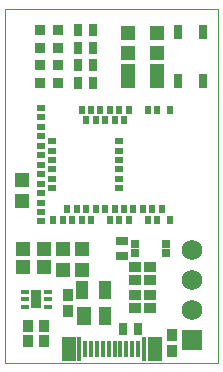
<source format=gts>
G75*
%MOIN*%
%OFA0B0*%
%FSLAX25Y25*%
%IPPOS*%
%LPD*%
%AMOC8*
5,1,8,0,0,1.08239X$1,22.5*
%
%ADD10C,0.00000*%
%ADD11R,0.04652X0.04534*%
%ADD12R,0.04534X0.04652*%
%ADD13R,0.03313X0.04042*%
%ADD14R,0.04042X0.03313*%
%ADD15R,0.04724X0.07874*%
%ADD16R,0.01575X0.07874*%
%ADD17R,0.01575X0.05512*%
%ADD18R,0.06900X0.06900*%
%ADD19C,0.06900*%
%ADD20R,0.04337X0.06069*%
%ADD21R,0.05124X0.06069*%
%ADD22R,0.03550X0.03550*%
%ADD23R,0.03943X0.03156*%
%ADD24R,0.03156X0.03943*%
%ADD25R,0.02953X0.04528*%
%ADD26R,0.02565X0.02565*%
%ADD27R,0.01975X0.02762*%
%ADD28R,0.02762X0.01975*%
%ADD29R,0.03543X0.05906*%
%ADD30R,0.02953X0.01378*%
%ADD31R,0.04731X0.07880*%
D10*
X0029754Y0037982D02*
X0029754Y0156093D01*
X0100620Y0156093D01*
X0100620Y0037982D01*
X0029754Y0037982D01*
D11*
X0049046Y0069183D03*
X0049046Y0076073D03*
X0055345Y0076073D03*
X0055345Y0069183D03*
X0035266Y0092018D03*
X0035266Y0098907D03*
X0070699Y0141230D03*
X0070699Y0148120D03*
X0080148Y0148120D03*
X0080148Y0141230D03*
D12*
X0042648Y0076171D03*
X0042648Y0069872D03*
X0035758Y0069872D03*
X0035758Y0076171D03*
D13*
X0050620Y0060620D03*
X0050620Y0055502D03*
X0042746Y0050384D03*
X0042746Y0045266D03*
X0037235Y0045266D03*
X0037235Y0050384D03*
X0085266Y0047234D03*
X0085266Y0042116D03*
D14*
X0077983Y0056486D03*
X0077983Y0060817D03*
X0077983Y0065541D03*
X0077983Y0069872D03*
X0072864Y0069872D03*
X0072864Y0065541D03*
X0072864Y0060817D03*
X0072864Y0056486D03*
D15*
X0079518Y0042785D03*
X0050857Y0042785D03*
D16*
X0054361Y0042785D03*
X0076014Y0042785D03*
D17*
X0074046Y0042785D03*
X0072077Y0042785D03*
X0070109Y0042785D03*
X0068140Y0042785D03*
X0066172Y0042785D03*
X0064203Y0042785D03*
X0062235Y0042785D03*
X0060266Y0042785D03*
X0058298Y0042785D03*
X0056329Y0042785D03*
D18*
X0091959Y0045856D03*
D19*
X0091959Y0055856D03*
X0091959Y0065856D03*
X0091959Y0075856D03*
D20*
X0062825Y0062392D03*
X0055345Y0062392D03*
X0062825Y0053730D03*
D21*
X0056132Y0053730D03*
D22*
X0047471Y0131289D03*
X0047471Y0137195D03*
X0047471Y0143100D03*
X0047471Y0149006D03*
X0041172Y0149006D03*
X0041172Y0143100D03*
X0041172Y0137195D03*
X0041172Y0131289D03*
D23*
X0068731Y0078730D03*
X0068731Y0073612D03*
D24*
X0068927Y0049400D03*
X0074046Y0049400D03*
X0059085Y0131289D03*
X0053967Y0131289D03*
X0053967Y0137195D03*
X0059085Y0137195D03*
X0059085Y0143100D03*
X0053967Y0143100D03*
X0053967Y0149006D03*
X0059085Y0149006D03*
D25*
X0087333Y0148514D03*
X0095798Y0148514D03*
X0095798Y0132175D03*
X0087333Y0132175D03*
D26*
X0083396Y0077648D03*
X0083396Y0074695D03*
X0072963Y0074695D03*
X0072963Y0077648D03*
D27*
X0070896Y0085817D03*
X0067746Y0085817D03*
X0064597Y0085817D03*
X0066172Y0089360D03*
X0069321Y0089360D03*
X0072471Y0089360D03*
X0075620Y0089360D03*
X0077195Y0085817D03*
X0080345Y0085817D03*
X0081920Y0089360D03*
X0078770Y0089360D03*
X0084675Y0085817D03*
X0063022Y0089360D03*
X0059872Y0089360D03*
X0056723Y0089360D03*
X0058298Y0085817D03*
X0055148Y0085817D03*
X0051998Y0085817D03*
X0048849Y0085817D03*
X0045699Y0085817D03*
X0050423Y0089360D03*
X0053573Y0089360D03*
X0056723Y0118888D03*
X0059872Y0118888D03*
X0063022Y0118888D03*
X0066172Y0118888D03*
X0069321Y0118888D03*
X0067746Y0122431D03*
X0064597Y0122431D03*
X0061447Y0122431D03*
X0058298Y0122431D03*
X0055148Y0122431D03*
X0070896Y0122431D03*
X0077195Y0122431D03*
X0080345Y0122431D03*
X0084675Y0122431D03*
D28*
X0067746Y0111998D03*
X0067746Y0108848D03*
X0067746Y0105699D03*
X0067746Y0102549D03*
X0067746Y0099400D03*
X0067746Y0096250D03*
X0045305Y0096250D03*
X0045305Y0099400D03*
X0045305Y0102549D03*
X0045305Y0105699D03*
X0045305Y0108848D03*
X0045305Y0111998D03*
X0041762Y0110423D03*
X0041762Y0107274D03*
X0041762Y0104124D03*
X0041762Y0100974D03*
X0041762Y0097825D03*
X0041762Y0094675D03*
X0041762Y0091526D03*
X0041762Y0088376D03*
X0041762Y0085226D03*
X0041762Y0113573D03*
X0041762Y0116722D03*
X0041762Y0119872D03*
X0041762Y0123022D03*
D29*
X0039990Y0059242D03*
D30*
X0036152Y0059242D03*
X0036152Y0056683D03*
X0036152Y0061801D03*
X0043829Y0061801D03*
X0043829Y0059242D03*
X0043829Y0056683D03*
D31*
X0070502Y0133652D03*
X0080345Y0133652D03*
M02*

</source>
